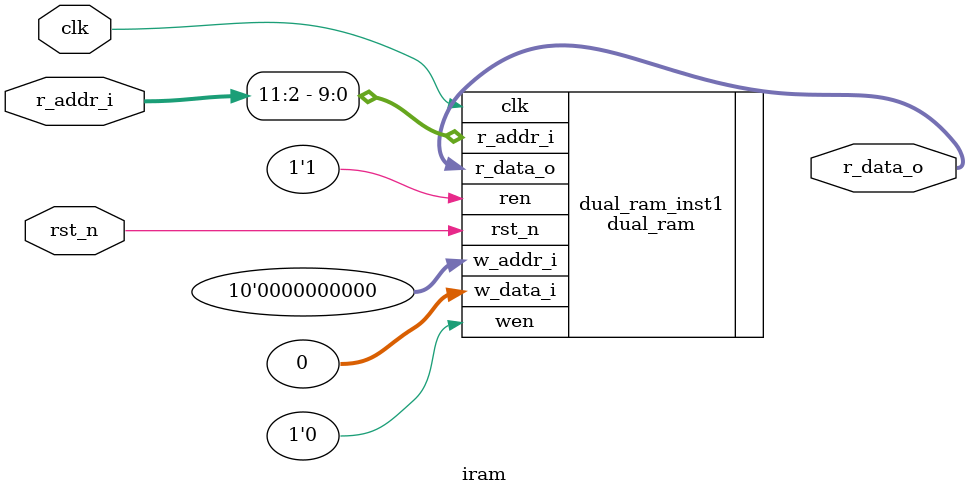
<source format=v>
/*** 
 * Author: Stephen Dai
 * Date: 2023-08-21 10:00:56
 * LastEditors: Stephen Dai
 * LastEditTime: 2023-09-01 10:15:26
 * FilePath: \Code\Project\RISCV_from_0_to_1\RISCV_V3\rtl\wrap\iram.v
 * Description: 
 * 
 */

module iram #(
    parameter DW        = 32,
    parameter MEM_DEPTH = 1024 //2^10
)
(
    input         clk       ,
    input         rst_n     ,
    input  [31:0] r_addr_i  ,
    output [31:0] r_data_o
);
    
    dual_ram 
    #(
        .DW        (DW       ),
        .MEM_DEPTH (MEM_DEPTH) 
    )
    dual_ram_inst1(
    	.clk      (clk                              ),
        .rst_n    (rst_n                            ),
        .wen      (1'b0                             ),
        .w_addr_i ({$clog2(MEM_DEPTH){1'b0}}        ),
        .w_data_i (32'b0                            ),
        .ren      (1'b1                             ),
        .r_addr_i (r_addr_i[$clog2(MEM_DEPTH)+1:2]  ), //最后两位用于四字节对齐，[$clog2(MEM_DEPTH)+1:2]用于地址索引
        .r_data_o (r_data_o                         )
    );
    
endmodule

</source>
